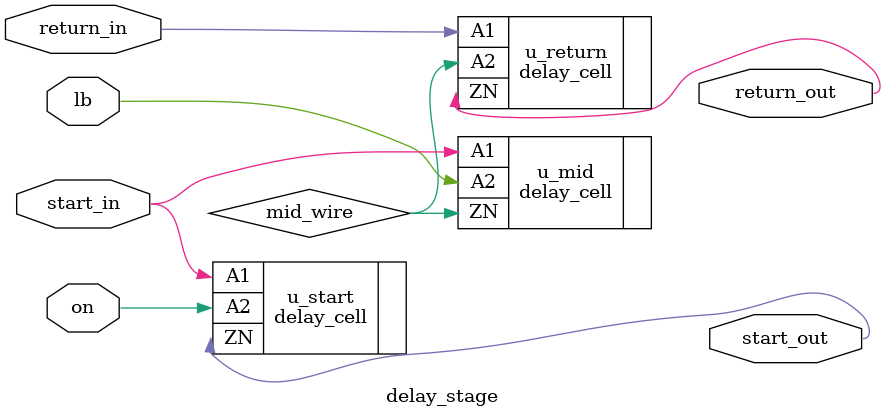
<source format=v>
module delay_stage (

  output    start_out,
  output    return_out,
  input     on,        
  input     lb,        
  input     start_in,  
  input     return_in
 );

 (* DONT_TOUCH = "TURE" *) wire mid_wire;


 (* DONT_TOUCH = "TURE" *) delay_cell u_start (
     .ZN (start_out),
     .A1 (start_in ),
     .A2 (on       )
 );
(* DONT_TOUCH = "TURE" *)  delay_cell u_mid  (
     .ZN (mid_wire ),
     .A1 (start_in ),
     .A2 (lb       )
 );
(* DONT_TOUCH = "TURE" *) delay_cell u_return (
     .ZN (return_out),
     .A1 (return_in ),
     .A2 (mid_wire  )
 );

endmodule

</source>
